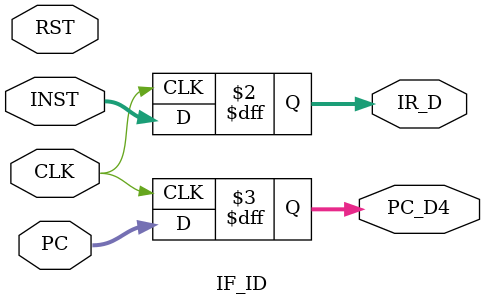
<source format=v>
module IF_ID(INST, PC, IR_D, PC_D4, CLK, RST);

    input CLK;
    input RST;
    input [31:0] INST;
    input [31:0] PC;
    output reg [31:0] IR_D;
    output reg [31:0] PC_D4;

always @(posedge CLK) begin
     IR_D <= INST;
     PC_D4 <= PC;
end



endmodule
</source>
